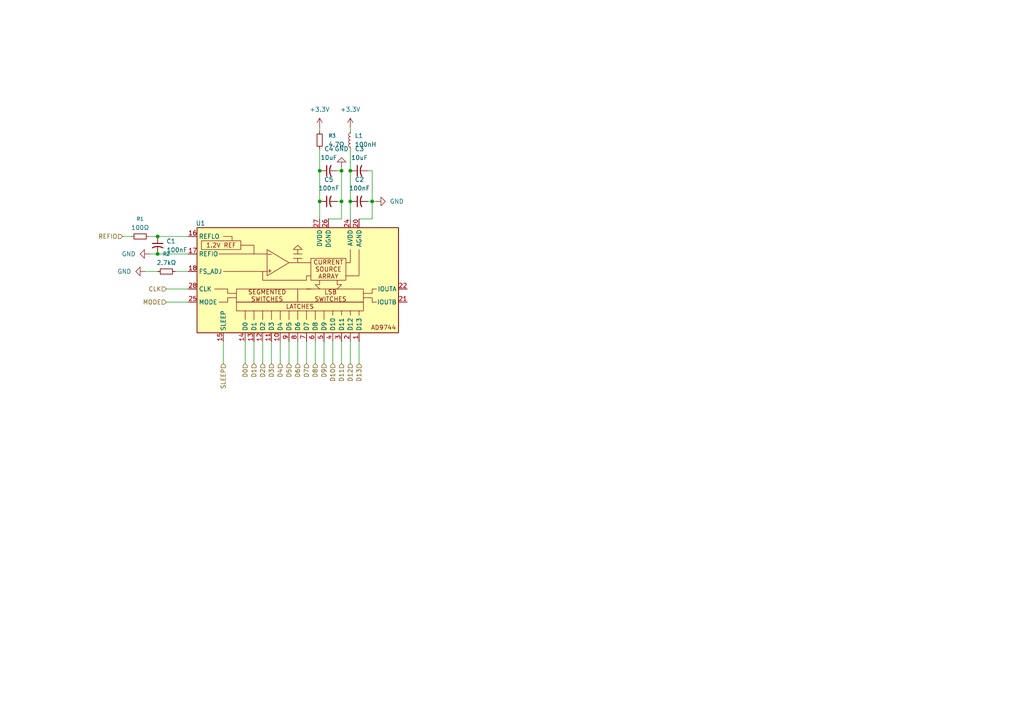
<source format=kicad_sch>
(kicad_sch (version 20250114) (generator "eeschema") (generator_version "9.0")
  (paper "A4")
  (title_block (title "OpenFRA AD9744 DAC") (date "2025-12-24") (company "424Tech R&D") (comment 1 "Prj:https://github.com/OliverKung/OpenFRA") (comment 2 "Ref:https://oshwhub.com/greentor/tinyawg-signal-source"))
  (lib_symbols
    (symbol "DataConverter:AD9744"
      (property "Reference" "U" (at 0.762 1.016 0))
      (symbol "AD9744_1_1"
        (rectangle (start 0 0) (end 58.42 -30.48) (stroke (width 0.254)) (fill (type color) (color 255 255 176 1)))
        (polyline (pts (xy 5.08 -17.78) (xy 8.89 -17.78) (xy 8.89 -19.05) (xy 11.43 -19.05)))
        (polyline (pts (xy 6.35 -7.62) (xy 20.32 -7.62)))
        (polyline (pts (xy 7.62 -2.54) (xy 10.16 -2.54) (xy 10.16 -3.81)))
        (polyline (pts (xy 11.43 -20.32) (xy 8.89 -20.32) (xy 8.89 -21.59) (xy 6.35 -21.59)))
        (polyline (pts (xy 12.7 -5.08) (xy 16.51 -5.08) (xy 16.51 -7.62)))
        (polyline (pts (xy 13.97 -26.67) (xy 13.97 -24.13)))
        (polyline (pts (xy 16.51 -26.67) (xy 16.51 -24.13)))
        (polyline (pts (xy 19.05 -12.7) (xy 7.62 -12.7)))
        (polyline (pts (xy 19.05 -26.67) (xy 19.05 -24.13)))
        (polyline (pts (xy 20.32 -6.35) (xy 20.32 -13.97) (xy 26.67 -10.16) (xy 20.32 -6.35)))
        (polyline (pts (xy 20.32 -12.7) (xy 19.05 -12.7) (xy 19.05 -15.24) (xy 31.75 -15.24) (xy 31.75 -13.97) (xy 33.02 -13.97)))
        (polyline (pts (xy 21.59 -26.67) (xy 21.59 -24.13)))
        (polyline (pts (xy 24.13 -26.67) (xy 24.13 -24.13)))
        (polyline (pts (xy 26.67 -10.16) (xy 29.21 -10.16) (xy 29.21 -8.89)))
        (polyline (pts (xy 26.67 -26.67) (xy 26.67 -24.13)))
        (polyline (pts (xy 27.94 -7.62) (xy 30.48 -7.62)))
        (polyline (pts (xy 27.94 -8.89) (xy 30.48 -8.89)))
        (polyline (pts (xy 29.21 -7.62) (xy 29.21 -6.35) (xy 27.94 -6.35) (xy 29.21 -5.08) (xy 30.48 -6.35) (xy 29.21 -6.35)))
        (polyline (pts (xy 29.21 -10.16) (xy 33.02 -10.16)))
        (polyline (pts (xy 29.21 -26.67) (xy 29.21 -24.13)))
        (rectangle (start 30.48 -33.02) (end 30.48 -33.02))
        (polyline (pts (xy 31.75 -17.78) (xy 33.02 -17.78)))
        (polyline (pts (xy 31.75 -26.67) (xy 31.75 -24.13)))
        (polyline (pts (xy 34.29 -26.67) (xy 34.29 -24.13)))
        (polyline (pts (xy 35.56 -15.24) (xy 35.56 -16.51) (xy 34.29 -16.51) (xy 35.56 -17.78)))
        (polyline (pts (xy 36.83 -26.67) (xy 36.83 -24.13)))
        (polyline (pts (xy 39.37 -25.4) (xy 39.37 -24.13)))
        (polyline (pts (xy 40.64 -15.24) (xy 40.64 -16.51) (xy 41.91 -16.51) (xy 40.64 -17.78)))
        (polyline (pts (xy 41.91 -25.4) (xy 41.91 -24.13)))
        (polyline (pts (xy 44.45 -6.35) (xy 44.45 -10.16) (xy 43.18 -10.16)))
        (polyline (pts (xy 44.45 -25.4) (xy 44.45 -24.13)))
        (polyline (pts (xy 46.99 -6.35) (xy 46.99 -13.97) (xy 43.18 -13.97)))
        (polyline (pts (xy 46.99 -25.4) (xy 46.99 -24.13)))
        (polyline (pts (xy 52.07 -17.78) (xy 50.8 -17.78) (xy 50.8 -19.05) (xy 48.26 -19.05)))
        (polyline (pts (xy 52.07 -21.59) (xy 50.8 -21.59) (xy 50.8 -20.32) (xy 48.26 -20.32)))
        (text "-" (at 21.082 -7.62 0) (effects (font (size 1.27 1.27))))
        (text "+" (at 21.082 -12.446 0) (effects (font (size 1.27 1.27))))
        (text "AD9744" (at 54.102 -28.956 0) (effects (font (size 1.27 1.27))))
        (text_box "1.2V REF" (at 1.27 -3.81 0) (size 11.43 -2.54) (margins 1.016 1.016 1.016 1.016) (effects (font (size 1.27 1.27))))
        (text_box "SEGMENTED\nSWITCHES" (at 11.43 -17.78 0) (size 17.78 -3.81) (margins 1.016 1.016 1.016 1.016) (effects (font (size 1.27 1.27))))
        (text_box "LATCHES" (at 11.43 -21.59 0) (size 36.83 -2.54) (margins 1.016 1.016 1.016 1.016) (effects (font (size 1.27 1.27))))
        (text_box "LSB\nSWITCHES" (at 29.21 -17.78 0) (size 19.05 -3.81) (margins 1.016 1.016 1.016 1.016) (effects (font (size 1.27 1.27))))
        (text_box "CURRENT\nSOURCE\nARRAY" (at 33.02 -8.89 0) (size 10.16 -6.35) (margins 1.016 1.016 1.016 1.016) (effects (font (size 1.27 1.27))))
        (pin input line (at -2.54 -2.54 0) (length 2.54) (name "REFLO") (number "16"))
        (pin input line (at -2.54 -7.62 0) (length 2.54) (name "REFIO") (number "17"))
        (pin input line (at -2.54 -12.7 0) (length 2.54) (name "FS_ADJ") (number "18"))
        (pin input line (at -2.54 -17.78 0) (length 2.54) (name "CLK") (number "28"))
        (pin input line (at -2.54 -21.59 0) (length 2.54) (name "MODE") (number "25"))
        (pin input line (at 7.62 -33.02 90) (length 2.54) (name "SLEEP") (number "15"))
        (pin input line (at 13.97 -33.02 90) (length 2.54) (name "D0") (number "14"))
        (pin input line (at 16.51 -33.02 90) (length 2.54) (name "D1") (number "13"))
        (pin input line (at 19.05 -33.02 90) (length 2.54) (name "D2") (number "12"))
        (pin input line (at 21.59 -33.02 90) (length 2.54) (name "D3") (number "11"))
        (pin input line (at 24.13 -33.02 90) (length 2.54) (name "D4") (number "10"))
        (pin input line (at 26.67 -33.02 90) (length 2.54) (name "D5") (number "9"))
        (pin input line (at 29.21 -33.02 90) (length 2.54) (name "D6") (number "8"))
        (pin input line (at 31.75 -33.02 90) (length 2.54) (name "D7") (number "7"))
        (pin input line (at 34.29 -33.02 90) (length 2.54) (name "D8") (number "6"))
        (pin power_in line (at 35.56 2.54 270) (length 2.54) (name "DVDD") (number "27"))
        (pin input line (at 36.83 -33.02 90) (length 2.54) (name "D9") (number "5"))
        (pin power_in line (at 38.1 2.54 270) (length 2.54) (name "DGND") (number "26"))
        (pin input line (at 39.37 -33.02 90) (length 2.54) (name "D10") (number "4"))
        (pin input line (at 41.91 -33.02 90) (length 2.54) (name "D11") (number "3"))
        (pin power_in line (at 44.45 2.54 270) (length 2.54) (name "AVDD") (number "24"))
        (pin input line (at 44.45 -33.02 90) (length 2.54) (name "D12") (number "2"))
        (pin power_in line (at 46.99 2.54 270) (length 2.54) (name "AGND") (number "20"))
        (pin input line (at 46.99 -33.02 90) (length 2.54) (name "D13") (number "1"))
        (pin output line (at 60.96 -17.78 180) (length 2.54) (name "IOUTA") (number "22"))
        (pin output line (at 60.96 -21.59 180) (length 2.54) (name "IOUTB") (number "21"))
      )
    )
    (symbol "Device:C_Small_US" (pin_numbers (hide yes)) (pin_names (offset 0.254) (hide yes))
      (property "Reference" "C" (at 0.254 1.778 0))
      (property "Value" "C_Small_US" (at 0.254 -2.032 0))
      (symbol "C_Small_US_0_1"
        (polyline (pts (xy -1.524 0.508) (xy 1.524 0.508)) (stroke (width 0.3048)))
        (arc (start -1.524 -0.762) (mid 0 -0.3734) (end 1.524 -0.762) (stroke (width 0.3048)))
      )
      (symbol "C_Small_US_1_1"
        (pin passive line (at 0 2.54 270) (length 2.032) (name "~") (number "1"))
        (pin passive line (at 0 -2.54 90) (length 2.032) (name "~") (number "2"))
      )
    )
    (symbol "Device:L_Small" (pin_numbers (hide yes)) (pin_names (offset 0.254) (hide yes))
      (property "Reference" "L" (at 0.762 1.016 0))
      (property "Value" "L_Small" (at 0.762 -1.016 0))
      (symbol "L_Small_0_1"
        (arc (start 0 2.032) (mid 0.5058 1.524) (end 0 1.016))
        (arc (start 0 1.016) (mid 0.5058 0.508) (end 0 0))
        (arc (start 0 0) (mid 0.5058 -0.508) (end 0 -1.016))
        (arc (start 0 -1.016) (mid 0.5058 -1.524) (end 0 -2.032))
      )
      (symbol "L_Small_1_1"
        (pin passive line (at 0 2.54 270) (length 0.508) (name "~") (number "1"))
        (pin passive line (at 0 -2.54 90) (length 0.508) (name "~") (number "2"))
      )
    )
    (symbol "Device:R_Small" (pin_numbers (hide yes)) (pin_names (offset 0.254) (hide yes))
      (property "Reference" "R" (at 0 0 90))
      (property "Value" "R_Small" (at 1.778 0 90))
      (symbol "R_Small_0_1"
        (rectangle (start -0.762 1.778) (end 0.762 -1.778) (stroke (width 0.2032)))
      )
      (symbol "R_Small_1_1"
        (pin passive line (at 0 2.54 270) (length 0.762) (name "~") (number "1"))
        (pin passive line (at 0 -2.54 90) (length 0.762) (name "~") (number "2"))
      )
    )
    (symbol "power:+3.3V" (power) (pin_numbers (hide yes)) (pin_names (offset 0) (hide yes))
      (property "Value" "+3.3V" (at 0 3.556 0))
      (symbol "+3.3V_0_1"
        (polyline (pts (xy -0.762 1.27) (xy 0 2.54)))
        (polyline (pts (xy 0 2.54) (xy 0.762 1.27)))
        (polyline (pts (xy 0 0) (xy 0 2.54)))
      )
      (symbol "+3.3V_1_1"
        (pin power_in line (at 0 0 90) (length 0) (name "~") (number "1"))
      )
    )
    (symbol "power:GND" (power) (pin_numbers (hide yes)) (pin_names (offset 0) (hide yes))
      (property "Value" "GND" (at 0 -3.81 0))
      (symbol "GND_0_1"
        (polyline (pts (xy 0 0) (xy 0 -1.27) (xy 1.27 -1.27) (xy 0 -2.54) (xy -1.27 -1.27) (xy 0 -1.27)))
      )
      (symbol "GND_1_1"
        (pin power_in line (at 0 0 270) (length 0) (name "~") (number "1"))
      )
    )
  )
  (junction (at 99.06 49.53))
  (junction (at 92.71 58.42))
  (junction (at 92.71 49.53))
  (junction (at 107.95 58.42))
  (junction (at 45.72 73.66))
  (junction (at 45.72 68.58))
  (junction (at 99.06 58.42))
  (junction (at 101.6 58.42))
  (junction (at 101.6 49.53))
  (wire (pts (xy 83.82 105.41) (xy 83.82 99.06)))
  (wire (pts (xy 73.66 105.41) (xy 73.66 99.06)))
  (wire (pts (xy 96.52 105.41) (xy 96.52 99.06)))
  (wire (pts (xy 78.74 105.41) (xy 78.74 99.06)))
  (wire (pts (xy 48.26 87.63) (xy 54.61 87.63)))
  (wire (pts (xy 43.18 73.66) (xy 45.72 73.66)))
  (wire (pts (xy 86.36 105.41) (xy 86.36 99.06)))
  (wire (pts (xy 97.79 49.53) (xy 99.06 49.53)))
  (wire (pts (xy 93.98 105.41) (xy 93.98 99.06)))
  (wire (pts (xy 91.44 105.41) (xy 91.44 99.06)))
  (wire (pts (xy 99.06 49.53) (xy 99.06 58.42)))
  (wire (pts (xy 99.06 48.26) (xy 99.06 49.53)))
  (wire (pts (xy 64.77 105.41) (xy 64.77 99.06)))
  (wire (pts (xy 41.91 78.74) (xy 45.72 78.74)))
  (wire (pts (xy 97.79 58.42) (xy 99.06 58.42)))
  (wire (pts (xy 101.6 105.41) (xy 101.6 99.06)))
  (wire (pts (xy 88.9 105.41) (xy 88.9 99.06)))
  (wire (pts (xy 106.68 49.53) (xy 107.95 49.53)))
  (wire (pts (xy 106.68 58.42) (xy 107.95 58.42)))
  (wire (pts (xy 104.14 63.5) (xy 107.95 63.5)))
  (wire (pts (xy 92.71 43.18) (xy 92.71 49.53)))
  (wire (pts (xy 101.6 49.53) (xy 101.6 58.42)))
  (wire (pts (xy 107.95 49.53) (xy 107.95 58.42)))
  (wire (pts (xy 76.2 105.41) (xy 76.2 99.06)))
  (wire (pts (xy 92.71 58.42) (xy 92.71 63.5)))
  (wire (pts (xy 99.06 105.41) (xy 99.06 99.06)))
  (wire (pts (xy 45.72 68.58) (xy 54.61 68.58)))
  (wire (pts (xy 35.56 68.58) (xy 38.1 68.58)))
  (wire (pts (xy 101.6 43.18) (xy 101.6 49.53)))
  (wire (pts (xy 101.6 58.42) (xy 101.6 63.5)))
  (wire (pts (xy 101.6 36.83) (xy 101.6 38.1)))
  (wire (pts (xy 92.71 36.83) (xy 92.71 38.1)))
  (wire (pts (xy 107.95 58.42) (xy 109.22 58.42)))
  (wire (pts (xy 107.95 63.5) (xy 107.95 58.42)))
  (wire (pts (xy 99.06 63.5) (xy 99.06 58.42)))
  (wire (pts (xy 104.14 105.41) (xy 104.14 99.06)))
  (wire (pts (xy 81.28 105.41) (xy 81.28 99.06)))
  (wire (pts (xy 45.72 73.66) (xy 54.61 73.66)))
  (wire (pts (xy 71.12 105.41) (xy 71.12 99.06)))
  (wire (pts (xy 95.25 63.5) (xy 99.06 63.5)))
  (wire (pts (xy 50.8 78.74) (xy 54.61 78.74)))
  (wire (pts (xy 92.71 49.53) (xy 92.71 58.42)))
  (wire (pts (xy 43.18 68.58) (xy 45.72 68.58)))
  (wire (pts (xy 48.26 83.82) (xy 54.61 83.82)))
  (hierarchical_label "D7" (shape input) (at 88.9 105.41 270))
  (hierarchical_label "D4" (shape input) (at 81.28 105.41 270))
  (hierarchical_label "D12" (shape input) (at 101.6 105.41 270))
  (hierarchical_label "D9" (shape input) (at 93.98 105.41 270))
  (hierarchical_label "D6" (shape input) (at 86.36 105.41 270))
  (hierarchical_label "CLK" (shape input) (at 48.26 83.82 180))
  (hierarchical_label "D0" (shape input) (at 71.12 105.41 270))
  (hierarchical_label "D8" (shape input) (at 91.44 105.41 270))
  (hierarchical_label "MODE" (shape input) (at 48.26 87.63 180))
  (hierarchical_label "D13" (shape input) (at 104.14 105.41 270))
  (hierarchical_label "D2" (shape input) (at 76.2 105.41 270))
  (hierarchical_label "REFIO" (shape input) (at 35.56 68.58 180))
  (hierarchical_label "D1" (shape input) (at 73.66 105.41 270))
  (hierarchical_label "D3" (shape input) (at 78.74 105.41 270))
  (hierarchical_label "D11" (shape input) (at 99.06 105.41 270))
  (hierarchical_label "SLEEP" (shape input) (at 64.77 105.41 270))
  (hierarchical_label "D10" (shape input) (at 96.52 105.41 270))
  (hierarchical_label "D5" (shape input) (at 83.82 105.41 270))
  (symbol (lib_id "Device:L_Small") (at 101.6 40.64 180) (unit 1)
    (property "Reference" "L1" (at 102.87 39.3699 0) (effects (justify right)))
    (property "Value" "100nH" (at 102.87 41.9099 0) (effects (justify right)))
    (property "Footprint" "Inductor_SMD:L_0805_2012Metric" (effects (hide yes)))
    (property "Description" "Inductor, small symbol" (effects (hide yes)))
  )
  (symbol (lib_id "Device:C_Small_US") (at 45.72 71.12 0) (unit 1)
    (property "Reference" "C1" (at 48.26 69.9769 0) (effects (justify left)))
    (property "Value" "100nF" (at 48.26 72.5169 0) (effects (justify left)))
    (property "Footprint" "Capacitor_SMD:C_0603_1608Metric" (effects (hide yes)))
    (property "Description" "capacitor, small US symbol" (effects (hide yes)))
  )
  (symbol (lib_id "Device:C_Small_US") (at 104.14 58.42 90) (unit 1)
    (property "Reference" "C2" (at 104.267 52.07 90))
    (property "Value" "100nF" (at 104.267 54.61 90))
    (property "Footprint" "Capacitor_SMD:C_0603_1608Metric" (effects (hide yes)))
    (property "Description" "capacitor, small US symbol" (effects (hide yes)))
  )
  (symbol (lib_id "Device:R_Small") (at 40.64 68.58 90) (unit 1)
    (property "Reference" "R1" (at 40.64 63.5 90) (effects (font (size 1.016 1.016))))
    (property "Value" "100Ω" (at 40.64 66.04 90))
    (property "Footprint" "Resistor_SMD:R_0603_1608Metric" (effects (hide yes)))
    (property "Description" "Resistor, small symbol" (effects (hide yes)))
  )
  (symbol (lib_id "Device:C_Small_US") (at 95.25 49.53 90) (unit 1)
    (property "Reference" "C4" (at 95.377 43.18 90))
    (property "Value" "10uF" (at 95.377 45.72 90))
    (property "Footprint" "Capacitor_SMD:C_0805_2012Metric" (effects (hide yes)))
    (property "Description" "capacitor, small US symbol" (effects (hide yes)))
  )
  (symbol (lib_id "power:+3.3V") (at 92.71 36.83 0) (unit 1)
    (property "Reference" "#PWR05" (effects (hide yes)))
    (property "Value" "+3.3V" (at 92.71 31.75 0))
    (property "Description" "Power symbol creates a global label with name \"+3.3V\"" (effects (hide yes)))
  )
  (symbol (lib_id "DataConverter:AD9744") (at 57.15 66.04 0) (unit 1)
    (property "Reference" "U1" (at 58.166 64.77 0))
    (property "Footprint" "Package_SO:TSSOP-28_4.4x9.7mm_P0.65mm" (effects (hide yes)))
  )
  (symbol (lib_id "power:+3.3V") (at 101.6 36.83 0) (unit 1)
    (property "Reference" "#PWR04" (effects (hide yes)))
    (property "Value" "+3.3V" (at 101.6 31.75 0))
    (property "Description" "Power symbol creates a global label with name \"+3.3V\"" (effects (hide yes)))
  )
  (symbol (lib_id "Device:R_Small") (at 92.71 40.64 180) (unit 1)
    (property "Reference" "R3" (at 95.25 39.3699 0) (effects (font (size 1.016 1.016)) (justify right)))
    (property "Value" "4.7Ω" (at 95.25 41.9099 0) (effects (justify right)))
    (property "Footprint" "Resistor_SMD:R_0603_1608Metric" (effects (hide yes)))
    (property "Description" "Resistor, small symbol" (effects (hide yes)))
  )
  (symbol (lib_id "power:GND") (at 43.18 73.66 270) (unit 1)
    (property "Reference" "#PWR01" (effects (hide yes)))
    (property "Value" "GND" (at 39.37 73.6599 90) (effects (justify right)))
    (property "Description" "Power symbol creates a global label with name \"GND\" , ground" (effects (hide yes)))
  )
  (symbol (lib_id "Device:C_Small_US") (at 95.25 58.42 90) (unit 1)
    (property "Reference" "C5" (at 95.377 52.07 90))
    (property "Value" "100nF" (at 95.377 54.61 90))
    (property "Footprint" "Capacitor_SMD:C_0603_1608Metric" (effects (hide yes)))
    (property "Description" "capacitor, small US symbol" (effects (hide yes)))
  )
  (symbol (lib_id "Device:R_Small") (at 48.26 78.74 90) (unit 1)
    (property "Reference" "R2" (at 48.26 73.66 90) (effects (font (size 1.016 1.016))))
    (property "Value" "2.7kΩ" (at 48.26 76.2 90))
    (property "Footprint" "Resistor_SMD:R_0603_1608Metric" (effects (hide yes)))
    (property "Description" "Resistor, small symbol" (effects (hide yes)))
  )
  (symbol (lib_id "power:GND") (at 109.22 58.42 90) (unit 1)
    (property "Reference" "#PWR03" (effects (hide yes)))
    (property "Value" "GND" (at 113.03 58.4199 90) (effects (justify right)))
    (property "Description" "Power symbol creates a global label with name \"GND\" , ground" (effects (hide yes)))
  )
  (symbol (lib_id "power:GND") (at 41.91 78.74 270) (unit 1)
    (property "Reference" "#PWR02" (effects (hide yes)))
    (property "Value" "GND" (at 38.1 78.7399 90) (effects (justify right)))
    (property "Description" "Power symbol creates a global label with name \"GND\" , ground" (effects (hide yes)))
  )
  (symbol (lib_id "power:GND") (at 99.06 48.26 180) (unit 1)
    (property "Reference" "#PWR06" (effects (hide yes)))
    (property "Value" "GND" (at 99.06 43.18 0))
    (property "Description" "Power symbol creates a global label with name \"GND\" , ground" (effects (hide yes)))
  )
  (symbol (lib_id "Device:C_Small_US") (at 104.14 49.53 90) (unit 1)
    (property "Reference" "C3" (at 104.267 43.18 90))
    (property "Value" "10uF" (at 104.267 45.72 90))
    (property "Footprint" "Capacitor_SMD:C_0805_2012Metric" (effects (hide yes)))
    (property "Description" "capacitor, small US symbol" (effects (hide yes)))
  )
)
</source>
